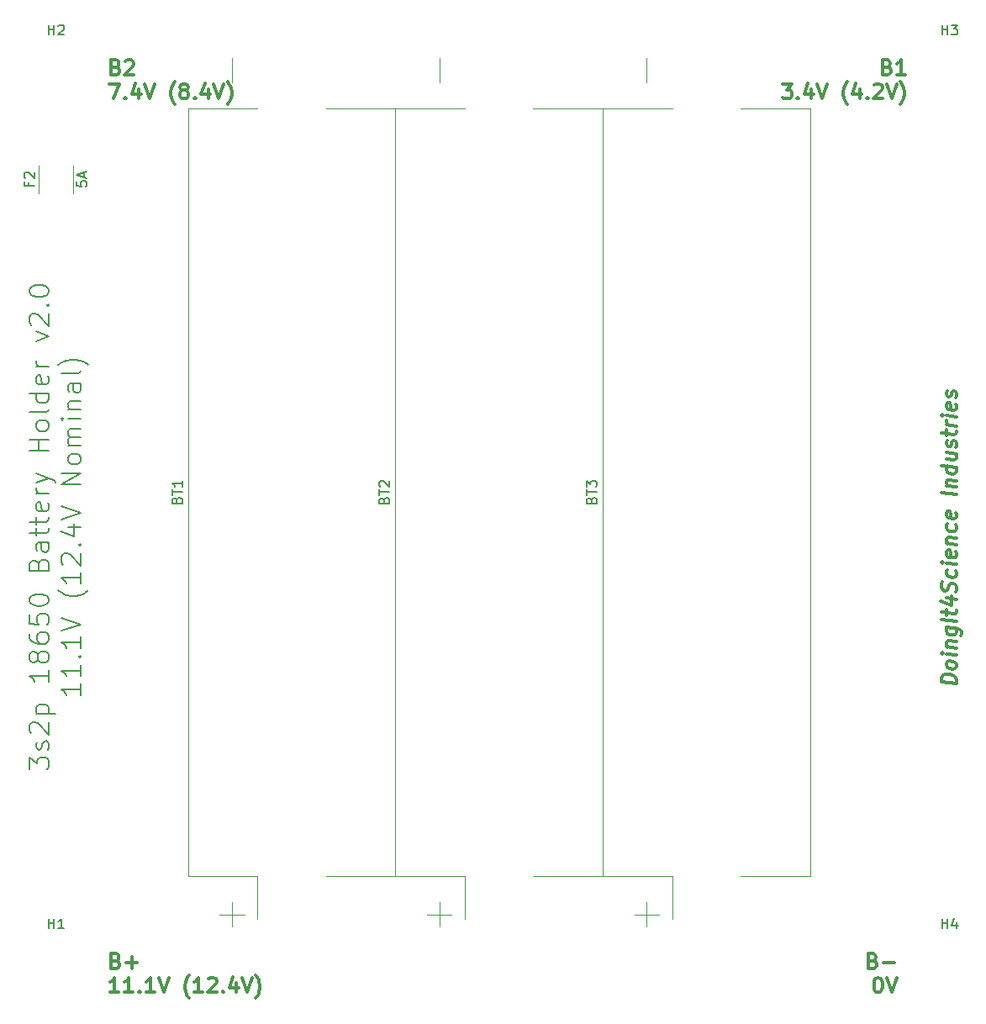
<source format=gbr>
%TF.GenerationSoftware,KiCad,Pcbnew,(6.0.7)*%
%TF.CreationDate,2022-10-24T21:40:11-07:00*%
%TF.ProjectId,18650_3s2p,31383635-305f-4337-9332-702e6b696361,2.0*%
%TF.SameCoordinates,Original*%
%TF.FileFunction,Legend,Top*%
%TF.FilePolarity,Positive*%
%FSLAX46Y46*%
G04 Gerber Fmt 4.6, Leading zero omitted, Abs format (unit mm)*
G04 Created by KiCad (PCBNEW (6.0.7)) date 2022-10-24 21:40:11*
%MOMM*%
%LPD*%
G01*
G04 APERTURE LIST*
%ADD10C,0.300000*%
%ADD11C,0.150000*%
%ADD12C,0.120000*%
G04 APERTURE END LIST*
D10*
X138733571Y-53685357D02*
X138947857Y-53756785D01*
X139019285Y-53828214D01*
X139090714Y-53971071D01*
X139090714Y-54185357D01*
X139019285Y-54328214D01*
X138947857Y-54399642D01*
X138805000Y-54471071D01*
X138233571Y-54471071D01*
X138233571Y-52971071D01*
X138733571Y-52971071D01*
X138876428Y-53042500D01*
X138947857Y-53113928D01*
X139019285Y-53256785D01*
X139019285Y-53399642D01*
X138947857Y-53542500D01*
X138876428Y-53613928D01*
X138733571Y-53685357D01*
X138233571Y-53685357D01*
X140519285Y-54471071D02*
X139662142Y-54471071D01*
X140090714Y-54471071D02*
X140090714Y-52971071D01*
X139947857Y-53185357D01*
X139805000Y-53328214D01*
X139662142Y-53399642D01*
X128162142Y-55386071D02*
X129090714Y-55386071D01*
X128590714Y-55957500D01*
X128805000Y-55957500D01*
X128947857Y-56028928D01*
X129019285Y-56100357D01*
X129090714Y-56243214D01*
X129090714Y-56600357D01*
X129019285Y-56743214D01*
X128947857Y-56814642D01*
X128805000Y-56886071D01*
X128376428Y-56886071D01*
X128233571Y-56814642D01*
X128162142Y-56743214D01*
X129733571Y-56743214D02*
X129805000Y-56814642D01*
X129733571Y-56886071D01*
X129662142Y-56814642D01*
X129733571Y-56743214D01*
X129733571Y-56886071D01*
X131090714Y-55886071D02*
X131090714Y-56886071D01*
X130733571Y-55314642D02*
X130376428Y-56386071D01*
X131305000Y-56386071D01*
X131662142Y-55386071D02*
X132162142Y-56886071D01*
X132662142Y-55386071D01*
X134733571Y-57457500D02*
X134662142Y-57386071D01*
X134519285Y-57171785D01*
X134447857Y-57028928D01*
X134376428Y-56814642D01*
X134305000Y-56457500D01*
X134305000Y-56171785D01*
X134376428Y-55814642D01*
X134447857Y-55600357D01*
X134519285Y-55457500D01*
X134662142Y-55243214D01*
X134733571Y-55171785D01*
X135947857Y-55886071D02*
X135947857Y-56886071D01*
X135590714Y-55314642D02*
X135233571Y-56386071D01*
X136162142Y-56386071D01*
X136733571Y-56743214D02*
X136805000Y-56814642D01*
X136733571Y-56886071D01*
X136662142Y-56814642D01*
X136733571Y-56743214D01*
X136733571Y-56886071D01*
X137376428Y-55528928D02*
X137447857Y-55457500D01*
X137590714Y-55386071D01*
X137947857Y-55386071D01*
X138090714Y-55457500D01*
X138162142Y-55528928D01*
X138233571Y-55671785D01*
X138233571Y-55814642D01*
X138162142Y-56028928D01*
X137305000Y-56886071D01*
X138233571Y-56886071D01*
X138662142Y-55386071D02*
X139162142Y-56886071D01*
X139662142Y-55386071D01*
X140019285Y-57457500D02*
X140090714Y-57386071D01*
X140233571Y-57171785D01*
X140305000Y-57028928D01*
X140376428Y-56814642D01*
X140447857Y-56457500D01*
X140447857Y-56171785D01*
X140376428Y-55814642D01*
X140305000Y-55600357D01*
X140233571Y-55457500D01*
X140090714Y-55243214D01*
X140019285Y-55171785D01*
X61052142Y-143685357D02*
X61266428Y-143756785D01*
X61337857Y-143828214D01*
X61409285Y-143971071D01*
X61409285Y-144185357D01*
X61337857Y-144328214D01*
X61266428Y-144399642D01*
X61123571Y-144471071D01*
X60552142Y-144471071D01*
X60552142Y-142971071D01*
X61052142Y-142971071D01*
X61195000Y-143042500D01*
X61266428Y-143113928D01*
X61337857Y-143256785D01*
X61337857Y-143399642D01*
X61266428Y-143542500D01*
X61195000Y-143613928D01*
X61052142Y-143685357D01*
X60552142Y-143685357D01*
X62052142Y-143899642D02*
X63195000Y-143899642D01*
X62623571Y-144471071D02*
X62623571Y-143328214D01*
X61337857Y-146886071D02*
X60480714Y-146886071D01*
X60909285Y-146886071D02*
X60909285Y-145386071D01*
X60766428Y-145600357D01*
X60623571Y-145743214D01*
X60480714Y-145814642D01*
X62766428Y-146886071D02*
X61909285Y-146886071D01*
X62337857Y-146886071D02*
X62337857Y-145386071D01*
X62195000Y-145600357D01*
X62052142Y-145743214D01*
X61909285Y-145814642D01*
X63409285Y-146743214D02*
X63480714Y-146814642D01*
X63409285Y-146886071D01*
X63337857Y-146814642D01*
X63409285Y-146743214D01*
X63409285Y-146886071D01*
X64909285Y-146886071D02*
X64052142Y-146886071D01*
X64480714Y-146886071D02*
X64480714Y-145386071D01*
X64337857Y-145600357D01*
X64195000Y-145743214D01*
X64052142Y-145814642D01*
X65337857Y-145386071D02*
X65837857Y-146886071D01*
X66337857Y-145386071D01*
X68409285Y-147457500D02*
X68337857Y-147386071D01*
X68195000Y-147171785D01*
X68123571Y-147028928D01*
X68052142Y-146814642D01*
X67980714Y-146457500D01*
X67980714Y-146171785D01*
X68052142Y-145814642D01*
X68123571Y-145600357D01*
X68195000Y-145457500D01*
X68337857Y-145243214D01*
X68409285Y-145171785D01*
X69766428Y-146886071D02*
X68909285Y-146886071D01*
X69337857Y-146886071D02*
X69337857Y-145386071D01*
X69195000Y-145600357D01*
X69052142Y-145743214D01*
X68909285Y-145814642D01*
X70337857Y-145528928D02*
X70409285Y-145457500D01*
X70552142Y-145386071D01*
X70909285Y-145386071D01*
X71052142Y-145457500D01*
X71123571Y-145528928D01*
X71195000Y-145671785D01*
X71195000Y-145814642D01*
X71123571Y-146028928D01*
X70266428Y-146886071D01*
X71195000Y-146886071D01*
X71837857Y-146743214D02*
X71909285Y-146814642D01*
X71837857Y-146886071D01*
X71766428Y-146814642D01*
X71837857Y-146743214D01*
X71837857Y-146886071D01*
X73195000Y-145886071D02*
X73195000Y-146886071D01*
X72837857Y-145314642D02*
X72480714Y-146386071D01*
X73409285Y-146386071D01*
X73766428Y-145386071D02*
X74266428Y-146886071D01*
X74766428Y-145386071D01*
X75123571Y-147457500D02*
X75195000Y-147386071D01*
X75337857Y-147171785D01*
X75409285Y-147028928D01*
X75480714Y-146814642D01*
X75552142Y-146457500D01*
X75552142Y-146171785D01*
X75480714Y-145814642D01*
X75409285Y-145600357D01*
X75337857Y-145457500D01*
X75195000Y-145243214D01*
X75123571Y-145171785D01*
X137305000Y-143685357D02*
X137519285Y-143756785D01*
X137590714Y-143828214D01*
X137662142Y-143971071D01*
X137662142Y-144185357D01*
X137590714Y-144328214D01*
X137519285Y-144399642D01*
X137376428Y-144471071D01*
X136805000Y-144471071D01*
X136805000Y-142971071D01*
X137305000Y-142971071D01*
X137447857Y-143042500D01*
X137519285Y-143113928D01*
X137590714Y-143256785D01*
X137590714Y-143399642D01*
X137519285Y-143542500D01*
X137447857Y-143613928D01*
X137305000Y-143685357D01*
X136805000Y-143685357D01*
X138305000Y-143899642D02*
X139447857Y-143899642D01*
X137733571Y-145386071D02*
X137876428Y-145386071D01*
X138019285Y-145457500D01*
X138090714Y-145528928D01*
X138162142Y-145671785D01*
X138233571Y-145957500D01*
X138233571Y-146314642D01*
X138162142Y-146600357D01*
X138090714Y-146743214D01*
X138019285Y-146814642D01*
X137876428Y-146886071D01*
X137733571Y-146886071D01*
X137590714Y-146814642D01*
X137519285Y-146743214D01*
X137447857Y-146600357D01*
X137376428Y-146314642D01*
X137376428Y-145957500D01*
X137447857Y-145671785D01*
X137519285Y-145528928D01*
X137590714Y-145457500D01*
X137733571Y-145386071D01*
X138662142Y-145386071D02*
X139162142Y-146886071D01*
X139662142Y-145386071D01*
D11*
X52294761Y-124428571D02*
X52294761Y-123190476D01*
X53056666Y-123857142D01*
X53056666Y-123571428D01*
X53151904Y-123380952D01*
X53247142Y-123285714D01*
X53437619Y-123190476D01*
X53913809Y-123190476D01*
X54104285Y-123285714D01*
X54199523Y-123380952D01*
X54294761Y-123571428D01*
X54294761Y-124142857D01*
X54199523Y-124333333D01*
X54104285Y-124428571D01*
X54199523Y-122428571D02*
X54294761Y-122238095D01*
X54294761Y-121857142D01*
X54199523Y-121666666D01*
X54009047Y-121571428D01*
X53913809Y-121571428D01*
X53723333Y-121666666D01*
X53628095Y-121857142D01*
X53628095Y-122142857D01*
X53532857Y-122333333D01*
X53342380Y-122428571D01*
X53247142Y-122428571D01*
X53056666Y-122333333D01*
X52961428Y-122142857D01*
X52961428Y-121857142D01*
X53056666Y-121666666D01*
X52485238Y-120809523D02*
X52390000Y-120714285D01*
X52294761Y-120523809D01*
X52294761Y-120047619D01*
X52390000Y-119857142D01*
X52485238Y-119761904D01*
X52675714Y-119666666D01*
X52866190Y-119666666D01*
X53151904Y-119761904D01*
X54294761Y-120904761D01*
X54294761Y-119666666D01*
X52961428Y-118809523D02*
X54961428Y-118809523D01*
X53056666Y-118809523D02*
X52961428Y-118619047D01*
X52961428Y-118238095D01*
X53056666Y-118047619D01*
X53151904Y-117952380D01*
X53342380Y-117857142D01*
X53913809Y-117857142D01*
X54104285Y-117952380D01*
X54199523Y-118047619D01*
X54294761Y-118238095D01*
X54294761Y-118619047D01*
X54199523Y-118809523D01*
X54294761Y-114428571D02*
X54294761Y-115571428D01*
X54294761Y-115000000D02*
X52294761Y-115000000D01*
X52580476Y-115190476D01*
X52770952Y-115380952D01*
X52866190Y-115571428D01*
X53151904Y-113285714D02*
X53056666Y-113476190D01*
X52961428Y-113571428D01*
X52770952Y-113666666D01*
X52675714Y-113666666D01*
X52485238Y-113571428D01*
X52390000Y-113476190D01*
X52294761Y-113285714D01*
X52294761Y-112904761D01*
X52390000Y-112714285D01*
X52485238Y-112619047D01*
X52675714Y-112523809D01*
X52770952Y-112523809D01*
X52961428Y-112619047D01*
X53056666Y-112714285D01*
X53151904Y-112904761D01*
X53151904Y-113285714D01*
X53247142Y-113476190D01*
X53342380Y-113571428D01*
X53532857Y-113666666D01*
X53913809Y-113666666D01*
X54104285Y-113571428D01*
X54199523Y-113476190D01*
X54294761Y-113285714D01*
X54294761Y-112904761D01*
X54199523Y-112714285D01*
X54104285Y-112619047D01*
X53913809Y-112523809D01*
X53532857Y-112523809D01*
X53342380Y-112619047D01*
X53247142Y-112714285D01*
X53151904Y-112904761D01*
X52294761Y-110809523D02*
X52294761Y-111190476D01*
X52390000Y-111380952D01*
X52485238Y-111476190D01*
X52770952Y-111666666D01*
X53151904Y-111761904D01*
X53913809Y-111761904D01*
X54104285Y-111666666D01*
X54199523Y-111571428D01*
X54294761Y-111380952D01*
X54294761Y-111000000D01*
X54199523Y-110809523D01*
X54104285Y-110714285D01*
X53913809Y-110619047D01*
X53437619Y-110619047D01*
X53247142Y-110714285D01*
X53151904Y-110809523D01*
X53056666Y-111000000D01*
X53056666Y-111380952D01*
X53151904Y-111571428D01*
X53247142Y-111666666D01*
X53437619Y-111761904D01*
X52294761Y-108809523D02*
X52294761Y-109761904D01*
X53247142Y-109857142D01*
X53151904Y-109761904D01*
X53056666Y-109571428D01*
X53056666Y-109095238D01*
X53151904Y-108904761D01*
X53247142Y-108809523D01*
X53437619Y-108714285D01*
X53913809Y-108714285D01*
X54104285Y-108809523D01*
X54199523Y-108904761D01*
X54294761Y-109095238D01*
X54294761Y-109571428D01*
X54199523Y-109761904D01*
X54104285Y-109857142D01*
X52294761Y-107476190D02*
X52294761Y-107285714D01*
X52390000Y-107095238D01*
X52485238Y-107000000D01*
X52675714Y-106904761D01*
X53056666Y-106809523D01*
X53532857Y-106809523D01*
X53913809Y-106904761D01*
X54104285Y-107000000D01*
X54199523Y-107095238D01*
X54294761Y-107285714D01*
X54294761Y-107476190D01*
X54199523Y-107666666D01*
X54104285Y-107761904D01*
X53913809Y-107857142D01*
X53532857Y-107952380D01*
X53056666Y-107952380D01*
X52675714Y-107857142D01*
X52485238Y-107761904D01*
X52390000Y-107666666D01*
X52294761Y-107476190D01*
X53247142Y-103761904D02*
X53342380Y-103476190D01*
X53437619Y-103380952D01*
X53628095Y-103285714D01*
X53913809Y-103285714D01*
X54104285Y-103380952D01*
X54199523Y-103476190D01*
X54294761Y-103666666D01*
X54294761Y-104428571D01*
X52294761Y-104428571D01*
X52294761Y-103761904D01*
X52390000Y-103571428D01*
X52485238Y-103476190D01*
X52675714Y-103380952D01*
X52866190Y-103380952D01*
X53056666Y-103476190D01*
X53151904Y-103571428D01*
X53247142Y-103761904D01*
X53247142Y-104428571D01*
X54294761Y-101571428D02*
X53247142Y-101571428D01*
X53056666Y-101666666D01*
X52961428Y-101857142D01*
X52961428Y-102238095D01*
X53056666Y-102428571D01*
X54199523Y-101571428D02*
X54294761Y-101761904D01*
X54294761Y-102238095D01*
X54199523Y-102428571D01*
X54009047Y-102523809D01*
X53818571Y-102523809D01*
X53628095Y-102428571D01*
X53532857Y-102238095D01*
X53532857Y-101761904D01*
X53437619Y-101571428D01*
X52961428Y-100904761D02*
X52961428Y-100142857D01*
X52294761Y-100619047D02*
X54009047Y-100619047D01*
X54199523Y-100523809D01*
X54294761Y-100333333D01*
X54294761Y-100142857D01*
X52961428Y-99761904D02*
X52961428Y-99000000D01*
X52294761Y-99476190D02*
X54009047Y-99476190D01*
X54199523Y-99380952D01*
X54294761Y-99190476D01*
X54294761Y-99000000D01*
X54199523Y-97571428D02*
X54294761Y-97761904D01*
X54294761Y-98142857D01*
X54199523Y-98333333D01*
X54009047Y-98428571D01*
X53247142Y-98428571D01*
X53056666Y-98333333D01*
X52961428Y-98142857D01*
X52961428Y-97761904D01*
X53056666Y-97571428D01*
X53247142Y-97476190D01*
X53437619Y-97476190D01*
X53628095Y-98428571D01*
X54294761Y-96619047D02*
X52961428Y-96619047D01*
X53342380Y-96619047D02*
X53151904Y-96523809D01*
X53056666Y-96428571D01*
X52961428Y-96238095D01*
X52961428Y-96047619D01*
X52961428Y-95571428D02*
X54294761Y-95095238D01*
X52961428Y-94619047D02*
X54294761Y-95095238D01*
X54770952Y-95285714D01*
X54866190Y-95380952D01*
X54961428Y-95571428D01*
X54294761Y-92333333D02*
X52294761Y-92333333D01*
X53247142Y-92333333D02*
X53247142Y-91190476D01*
X54294761Y-91190476D02*
X52294761Y-91190476D01*
X54294761Y-89952380D02*
X54199523Y-90142857D01*
X54104285Y-90238095D01*
X53913809Y-90333333D01*
X53342380Y-90333333D01*
X53151904Y-90238095D01*
X53056666Y-90142857D01*
X52961428Y-89952380D01*
X52961428Y-89666666D01*
X53056666Y-89476190D01*
X53151904Y-89380952D01*
X53342380Y-89285714D01*
X53913809Y-89285714D01*
X54104285Y-89380952D01*
X54199523Y-89476190D01*
X54294761Y-89666666D01*
X54294761Y-89952380D01*
X54294761Y-88142857D02*
X54199523Y-88333333D01*
X54009047Y-88428571D01*
X52294761Y-88428571D01*
X54294761Y-86523809D02*
X52294761Y-86523809D01*
X54199523Y-86523809D02*
X54294761Y-86714285D01*
X54294761Y-87095238D01*
X54199523Y-87285714D01*
X54104285Y-87380952D01*
X53913809Y-87476190D01*
X53342380Y-87476190D01*
X53151904Y-87380952D01*
X53056666Y-87285714D01*
X52961428Y-87095238D01*
X52961428Y-86714285D01*
X53056666Y-86523809D01*
X54199523Y-84809523D02*
X54294761Y-85000000D01*
X54294761Y-85380952D01*
X54199523Y-85571428D01*
X54009047Y-85666666D01*
X53247142Y-85666666D01*
X53056666Y-85571428D01*
X52961428Y-85380952D01*
X52961428Y-85000000D01*
X53056666Y-84809523D01*
X53247142Y-84714285D01*
X53437619Y-84714285D01*
X53628095Y-85666666D01*
X54294761Y-83857142D02*
X52961428Y-83857142D01*
X53342380Y-83857142D02*
X53151904Y-83761904D01*
X53056666Y-83666666D01*
X52961428Y-83476190D01*
X52961428Y-83285714D01*
X52961428Y-81285714D02*
X54294761Y-80809523D01*
X52961428Y-80333333D01*
X52485238Y-79666666D02*
X52390000Y-79571428D01*
X52294761Y-79380952D01*
X52294761Y-78904761D01*
X52390000Y-78714285D01*
X52485238Y-78619047D01*
X52675714Y-78523809D01*
X52866190Y-78523809D01*
X53151904Y-78619047D01*
X54294761Y-79761904D01*
X54294761Y-78523809D01*
X54104285Y-77666666D02*
X54199523Y-77571428D01*
X54294761Y-77666666D01*
X54199523Y-77761904D01*
X54104285Y-77666666D01*
X54294761Y-77666666D01*
X52294761Y-76333333D02*
X52294761Y-76142857D01*
X52390000Y-75952380D01*
X52485238Y-75857142D01*
X52675714Y-75761904D01*
X53056666Y-75666666D01*
X53532857Y-75666666D01*
X53913809Y-75761904D01*
X54104285Y-75857142D01*
X54199523Y-75952380D01*
X54294761Y-76142857D01*
X54294761Y-76333333D01*
X54199523Y-76523809D01*
X54104285Y-76619047D01*
X53913809Y-76714285D01*
X53532857Y-76809523D01*
X53056666Y-76809523D01*
X52675714Y-76714285D01*
X52485238Y-76619047D01*
X52390000Y-76523809D01*
X52294761Y-76333333D01*
X57514761Y-115809523D02*
X57514761Y-116952380D01*
X57514761Y-116380952D02*
X55514761Y-116380952D01*
X55800476Y-116571428D01*
X55990952Y-116761904D01*
X56086190Y-116952380D01*
X57514761Y-113904761D02*
X57514761Y-115047619D01*
X57514761Y-114476190D02*
X55514761Y-114476190D01*
X55800476Y-114666666D01*
X55990952Y-114857142D01*
X56086190Y-115047619D01*
X57324285Y-113047619D02*
X57419523Y-112952380D01*
X57514761Y-113047619D01*
X57419523Y-113142857D01*
X57324285Y-113047619D01*
X57514761Y-113047619D01*
X57514761Y-111047619D02*
X57514761Y-112190476D01*
X57514761Y-111619047D02*
X55514761Y-111619047D01*
X55800476Y-111809523D01*
X55990952Y-112000000D01*
X56086190Y-112190476D01*
X55514761Y-110476190D02*
X57514761Y-109809523D01*
X55514761Y-109142857D01*
X58276666Y-106380952D02*
X58181428Y-106476190D01*
X57895714Y-106666666D01*
X57705238Y-106761904D01*
X57419523Y-106857142D01*
X56943333Y-106952380D01*
X56562380Y-106952380D01*
X56086190Y-106857142D01*
X55800476Y-106761904D01*
X55610000Y-106666666D01*
X55324285Y-106476190D01*
X55229047Y-106380952D01*
X57514761Y-104571428D02*
X57514761Y-105714285D01*
X57514761Y-105142857D02*
X55514761Y-105142857D01*
X55800476Y-105333333D01*
X55990952Y-105523809D01*
X56086190Y-105714285D01*
X55705238Y-103809523D02*
X55610000Y-103714285D01*
X55514761Y-103523809D01*
X55514761Y-103047619D01*
X55610000Y-102857142D01*
X55705238Y-102761904D01*
X55895714Y-102666666D01*
X56086190Y-102666666D01*
X56371904Y-102761904D01*
X57514761Y-103904761D01*
X57514761Y-102666666D01*
X57324285Y-101809523D02*
X57419523Y-101714285D01*
X57514761Y-101809523D01*
X57419523Y-101904761D01*
X57324285Y-101809523D01*
X57514761Y-101809523D01*
X56181428Y-100000000D02*
X57514761Y-100000000D01*
X55419523Y-100476190D02*
X56848095Y-100952380D01*
X56848095Y-99714285D01*
X55514761Y-99238095D02*
X57514761Y-98571428D01*
X55514761Y-97904761D01*
X57514761Y-95714285D02*
X55514761Y-95714285D01*
X57514761Y-94571428D01*
X55514761Y-94571428D01*
X57514761Y-93333333D02*
X57419523Y-93523809D01*
X57324285Y-93619047D01*
X57133809Y-93714285D01*
X56562380Y-93714285D01*
X56371904Y-93619047D01*
X56276666Y-93523809D01*
X56181428Y-93333333D01*
X56181428Y-93047619D01*
X56276666Y-92857142D01*
X56371904Y-92761904D01*
X56562380Y-92666666D01*
X57133809Y-92666666D01*
X57324285Y-92761904D01*
X57419523Y-92857142D01*
X57514761Y-93047619D01*
X57514761Y-93333333D01*
X57514761Y-91809523D02*
X56181428Y-91809523D01*
X56371904Y-91809523D02*
X56276666Y-91714285D01*
X56181428Y-91523809D01*
X56181428Y-91238095D01*
X56276666Y-91047619D01*
X56467142Y-90952380D01*
X57514761Y-90952380D01*
X56467142Y-90952380D02*
X56276666Y-90857142D01*
X56181428Y-90666666D01*
X56181428Y-90380952D01*
X56276666Y-90190476D01*
X56467142Y-90095238D01*
X57514761Y-90095238D01*
X57514761Y-89142857D02*
X56181428Y-89142857D01*
X55514761Y-89142857D02*
X55610000Y-89238095D01*
X55705238Y-89142857D01*
X55610000Y-89047619D01*
X55514761Y-89142857D01*
X55705238Y-89142857D01*
X56181428Y-88190476D02*
X57514761Y-88190476D01*
X56371904Y-88190476D02*
X56276666Y-88095238D01*
X56181428Y-87904761D01*
X56181428Y-87619047D01*
X56276666Y-87428571D01*
X56467142Y-87333333D01*
X57514761Y-87333333D01*
X57514761Y-85523809D02*
X56467142Y-85523809D01*
X56276666Y-85619047D01*
X56181428Y-85809523D01*
X56181428Y-86190476D01*
X56276666Y-86380952D01*
X57419523Y-85523809D02*
X57514761Y-85714285D01*
X57514761Y-86190476D01*
X57419523Y-86380952D01*
X57229047Y-86476190D01*
X57038571Y-86476190D01*
X56848095Y-86380952D01*
X56752857Y-86190476D01*
X56752857Y-85714285D01*
X56657619Y-85523809D01*
X57514761Y-84285714D02*
X57419523Y-84476190D01*
X57229047Y-84571428D01*
X55514761Y-84571428D01*
X58276666Y-83714285D02*
X58181428Y-83619047D01*
X57895714Y-83428571D01*
X57705238Y-83333333D01*
X57419523Y-83238095D01*
X56943333Y-83142857D01*
X56562380Y-83142857D01*
X56086190Y-83238095D01*
X55800476Y-83333333D01*
X55610000Y-83428571D01*
X55324285Y-83619047D01*
X55229047Y-83714285D01*
D10*
X61052142Y-53685357D02*
X61266428Y-53756785D01*
X61337857Y-53828214D01*
X61409285Y-53971071D01*
X61409285Y-54185357D01*
X61337857Y-54328214D01*
X61266428Y-54399642D01*
X61123571Y-54471071D01*
X60552142Y-54471071D01*
X60552142Y-52971071D01*
X61052142Y-52971071D01*
X61195000Y-53042500D01*
X61266428Y-53113928D01*
X61337857Y-53256785D01*
X61337857Y-53399642D01*
X61266428Y-53542500D01*
X61195000Y-53613928D01*
X61052142Y-53685357D01*
X60552142Y-53685357D01*
X61980714Y-53113928D02*
X62052142Y-53042500D01*
X62195000Y-52971071D01*
X62552142Y-52971071D01*
X62695000Y-53042500D01*
X62766428Y-53113928D01*
X62837857Y-53256785D01*
X62837857Y-53399642D01*
X62766428Y-53613928D01*
X61909285Y-54471071D01*
X62837857Y-54471071D01*
X60409285Y-55386071D02*
X61409285Y-55386071D01*
X60766428Y-56886071D01*
X61980714Y-56743214D02*
X62052142Y-56814642D01*
X61980714Y-56886071D01*
X61909285Y-56814642D01*
X61980714Y-56743214D01*
X61980714Y-56886071D01*
X63337857Y-55886071D02*
X63337857Y-56886071D01*
X62980714Y-55314642D02*
X62623571Y-56386071D01*
X63552142Y-56386071D01*
X63909285Y-55386071D02*
X64409285Y-56886071D01*
X64909285Y-55386071D01*
X66980714Y-57457500D02*
X66909285Y-57386071D01*
X66766428Y-57171785D01*
X66695000Y-57028928D01*
X66623571Y-56814642D01*
X66552142Y-56457500D01*
X66552142Y-56171785D01*
X66623571Y-55814642D01*
X66695000Y-55600357D01*
X66766428Y-55457500D01*
X66909285Y-55243214D01*
X66980714Y-55171785D01*
X67766428Y-56028928D02*
X67623571Y-55957500D01*
X67552142Y-55886071D01*
X67480714Y-55743214D01*
X67480714Y-55671785D01*
X67552142Y-55528928D01*
X67623571Y-55457500D01*
X67766428Y-55386071D01*
X68052142Y-55386071D01*
X68195000Y-55457500D01*
X68266428Y-55528928D01*
X68337857Y-55671785D01*
X68337857Y-55743214D01*
X68266428Y-55886071D01*
X68195000Y-55957500D01*
X68052142Y-56028928D01*
X67766428Y-56028928D01*
X67623571Y-56100357D01*
X67552142Y-56171785D01*
X67480714Y-56314642D01*
X67480714Y-56600357D01*
X67552142Y-56743214D01*
X67623571Y-56814642D01*
X67766428Y-56886071D01*
X68052142Y-56886071D01*
X68195000Y-56814642D01*
X68266428Y-56743214D01*
X68337857Y-56600357D01*
X68337857Y-56314642D01*
X68266428Y-56171785D01*
X68195000Y-56100357D01*
X68052142Y-56028928D01*
X68980714Y-56743214D02*
X69052142Y-56814642D01*
X68980714Y-56886071D01*
X68909285Y-56814642D01*
X68980714Y-56743214D01*
X68980714Y-56886071D01*
X70337857Y-55886071D02*
X70337857Y-56886071D01*
X69980714Y-55314642D02*
X69623571Y-56386071D01*
X70552142Y-56386071D01*
X70909285Y-55386071D02*
X71409285Y-56886071D01*
X71909285Y-55386071D01*
X72266428Y-57457500D02*
X72337857Y-57386071D01*
X72480714Y-57171785D01*
X72552142Y-57028928D01*
X72623571Y-56814642D01*
X72695000Y-56457500D01*
X72695000Y-56171785D01*
X72623571Y-55814642D01*
X72552142Y-55600357D01*
X72480714Y-55457500D01*
X72337857Y-55243214D01*
X72266428Y-55171785D01*
X145678571Y-115784866D02*
X144178571Y-115597366D01*
X144178571Y-115240223D01*
X144250000Y-115034866D01*
X144392857Y-114909866D01*
X144535714Y-114856294D01*
X144821428Y-114820580D01*
X145035714Y-114847366D01*
X145321428Y-114954508D01*
X145464285Y-115043794D01*
X145607142Y-115204508D01*
X145678571Y-115427723D01*
X145678571Y-115784866D01*
X145678571Y-114070580D02*
X145607142Y-114204508D01*
X145535714Y-114267008D01*
X145392857Y-114320580D01*
X144964285Y-114267008D01*
X144821428Y-114177723D01*
X144750000Y-114097366D01*
X144678571Y-113945580D01*
X144678571Y-113731294D01*
X144750000Y-113597366D01*
X144821428Y-113534866D01*
X144964285Y-113481294D01*
X145392857Y-113534866D01*
X145535714Y-113624151D01*
X145607142Y-113704508D01*
X145678571Y-113856294D01*
X145678571Y-114070580D01*
X145678571Y-112927723D02*
X144678571Y-112802723D01*
X144178571Y-112740223D02*
X144250000Y-112820580D01*
X144321428Y-112758080D01*
X144250000Y-112677723D01*
X144178571Y-112740223D01*
X144321428Y-112758080D01*
X144678571Y-112088437D02*
X145678571Y-112213437D01*
X144821428Y-112106294D02*
X144750000Y-112025937D01*
X144678571Y-111874151D01*
X144678571Y-111659866D01*
X144750000Y-111525937D01*
X144892857Y-111472366D01*
X145678571Y-111570580D01*
X144678571Y-110088437D02*
X145892857Y-110240223D01*
X146035714Y-110329508D01*
X146107142Y-110409866D01*
X146178571Y-110561651D01*
X146178571Y-110775937D01*
X146107142Y-110909866D01*
X145607142Y-110204508D02*
X145678571Y-110356294D01*
X145678571Y-110642008D01*
X145607142Y-110775937D01*
X145535714Y-110838437D01*
X145392857Y-110892008D01*
X144964285Y-110838437D01*
X144821428Y-110749151D01*
X144750000Y-110668794D01*
X144678571Y-110517008D01*
X144678571Y-110231294D01*
X144750000Y-110097366D01*
X145678571Y-109499151D02*
X144178571Y-109311651D01*
X144678571Y-108874151D02*
X144678571Y-108302723D01*
X144178571Y-108597366D02*
X145464285Y-108758080D01*
X145607142Y-108704508D01*
X145678571Y-108570580D01*
X145678571Y-108427723D01*
X144678571Y-107159866D02*
X145678571Y-107284866D01*
X144107142Y-107445580D02*
X145178571Y-107936651D01*
X145178571Y-107008080D01*
X145607142Y-106561651D02*
X145678571Y-106356294D01*
X145678571Y-105999151D01*
X145607142Y-105847366D01*
X145535714Y-105767008D01*
X145392857Y-105677723D01*
X145250000Y-105659866D01*
X145107142Y-105713437D01*
X145035714Y-105775937D01*
X144964285Y-105909866D01*
X144892857Y-106186651D01*
X144821428Y-106320580D01*
X144750000Y-106383080D01*
X144607142Y-106436651D01*
X144464285Y-106418794D01*
X144321428Y-106329508D01*
X144250000Y-106249151D01*
X144178571Y-106097366D01*
X144178571Y-105740223D01*
X144250000Y-105534866D01*
X145607142Y-104418794D02*
X145678571Y-104570580D01*
X145678571Y-104856294D01*
X145607142Y-104990223D01*
X145535714Y-105052723D01*
X145392857Y-105106294D01*
X144964285Y-105052723D01*
X144821428Y-104963437D01*
X144750000Y-104883080D01*
X144678571Y-104731294D01*
X144678571Y-104445580D01*
X144750000Y-104311651D01*
X145678571Y-103784866D02*
X144678571Y-103659866D01*
X144178571Y-103597366D02*
X144250000Y-103677723D01*
X144321428Y-103615223D01*
X144250000Y-103534866D01*
X144178571Y-103597366D01*
X144321428Y-103615223D01*
X145607142Y-102490223D02*
X145678571Y-102642008D01*
X145678571Y-102927723D01*
X145607142Y-103061651D01*
X145464285Y-103115223D01*
X144892857Y-103043794D01*
X144750000Y-102954508D01*
X144678571Y-102802723D01*
X144678571Y-102517008D01*
X144750000Y-102383080D01*
X144892857Y-102329508D01*
X145035714Y-102347366D01*
X145178571Y-103079508D01*
X144678571Y-101659866D02*
X145678571Y-101784866D01*
X144821428Y-101677723D02*
X144750000Y-101597366D01*
X144678571Y-101445580D01*
X144678571Y-101231294D01*
X144750000Y-101097366D01*
X144892857Y-101043794D01*
X145678571Y-101142008D01*
X145607142Y-99775937D02*
X145678571Y-99927723D01*
X145678571Y-100213437D01*
X145607142Y-100347366D01*
X145535714Y-100409866D01*
X145392857Y-100463437D01*
X144964285Y-100409866D01*
X144821428Y-100320580D01*
X144750000Y-100240223D01*
X144678571Y-100088437D01*
X144678571Y-99802723D01*
X144750000Y-99668794D01*
X145607142Y-98561651D02*
X145678571Y-98713437D01*
X145678571Y-98999151D01*
X145607142Y-99133080D01*
X145464285Y-99186651D01*
X144892857Y-99115223D01*
X144750000Y-99025937D01*
X144678571Y-98874151D01*
X144678571Y-98588437D01*
X144750000Y-98454508D01*
X144892857Y-98400937D01*
X145035714Y-98418794D01*
X145178571Y-99150937D01*
X145678571Y-96713437D02*
X144178571Y-96525937D01*
X144678571Y-95874151D02*
X145678571Y-95999151D01*
X144821428Y-95892008D02*
X144750000Y-95811651D01*
X144678571Y-95659866D01*
X144678571Y-95445580D01*
X144750000Y-95311651D01*
X144892857Y-95258080D01*
X145678571Y-95356294D01*
X145678571Y-93999151D02*
X144178571Y-93811651D01*
X145607142Y-93990223D02*
X145678571Y-94142008D01*
X145678571Y-94427723D01*
X145607142Y-94561651D01*
X145535714Y-94624151D01*
X145392857Y-94677723D01*
X144964285Y-94624151D01*
X144821428Y-94534866D01*
X144750000Y-94454508D01*
X144678571Y-94302723D01*
X144678571Y-94017008D01*
X144750000Y-93883080D01*
X144678571Y-92517008D02*
X145678571Y-92642008D01*
X144678571Y-93159866D02*
X145464285Y-93258080D01*
X145607142Y-93204508D01*
X145678571Y-93070580D01*
X145678571Y-92856294D01*
X145607142Y-92704508D01*
X145535714Y-92624151D01*
X145607142Y-91990223D02*
X145678571Y-91856294D01*
X145678571Y-91570580D01*
X145607142Y-91418794D01*
X145464285Y-91329508D01*
X145392857Y-91320580D01*
X145250000Y-91374151D01*
X145178571Y-91508080D01*
X145178571Y-91722366D01*
X145107142Y-91856294D01*
X144964285Y-91909866D01*
X144892857Y-91900937D01*
X144750000Y-91811651D01*
X144678571Y-91659866D01*
X144678571Y-91445580D01*
X144750000Y-91311651D01*
X144678571Y-90802723D02*
X144678571Y-90231294D01*
X144178571Y-90525937D02*
X145464285Y-90686651D01*
X145607142Y-90633080D01*
X145678571Y-90499151D01*
X145678571Y-90356294D01*
X145678571Y-89856294D02*
X144678571Y-89731294D01*
X144964285Y-89767008D02*
X144821428Y-89677723D01*
X144750000Y-89597366D01*
X144678571Y-89445580D01*
X144678571Y-89302723D01*
X145678571Y-88927723D02*
X144678571Y-88802723D01*
X144178571Y-88740223D02*
X144250000Y-88820580D01*
X144321428Y-88758080D01*
X144250000Y-88677723D01*
X144178571Y-88740223D01*
X144321428Y-88758080D01*
X145607142Y-87633080D02*
X145678571Y-87784866D01*
X145678571Y-88070580D01*
X145607142Y-88204508D01*
X145464285Y-88258080D01*
X144892857Y-88186651D01*
X144750000Y-88097366D01*
X144678571Y-87945580D01*
X144678571Y-87659866D01*
X144750000Y-87525937D01*
X144892857Y-87472366D01*
X145035714Y-87490223D01*
X145178571Y-88222366D01*
X145607142Y-86990223D02*
X145678571Y-86856294D01*
X145678571Y-86570580D01*
X145607142Y-86418794D01*
X145464285Y-86329508D01*
X145392857Y-86320580D01*
X145250000Y-86374151D01*
X145178571Y-86508080D01*
X145178571Y-86722366D01*
X145107142Y-86856294D01*
X144964285Y-86909866D01*
X144892857Y-86900937D01*
X144750000Y-86811651D01*
X144678571Y-86659866D01*
X144678571Y-86445580D01*
X144750000Y-86311651D01*
D11*
%TO.C,H4*%
X144238095Y-140452380D02*
X144238095Y-139452380D01*
X144238095Y-139928571D02*
X144809523Y-139928571D01*
X144809523Y-140452380D02*
X144809523Y-139452380D01*
X145714285Y-139785714D02*
X145714285Y-140452380D01*
X145476190Y-139404761D02*
X145238095Y-140119047D01*
X145857142Y-140119047D01*
%TO.C,H3*%
X144238095Y-50452380D02*
X144238095Y-49452380D01*
X144238095Y-49928571D02*
X144809523Y-49928571D01*
X144809523Y-50452380D02*
X144809523Y-49452380D01*
X145190476Y-49452380D02*
X145809523Y-49452380D01*
X145476190Y-49833333D01*
X145619047Y-49833333D01*
X145714285Y-49880952D01*
X145761904Y-49928571D01*
X145809523Y-50023809D01*
X145809523Y-50261904D01*
X145761904Y-50357142D01*
X145714285Y-50404761D01*
X145619047Y-50452380D01*
X145333333Y-50452380D01*
X145238095Y-50404761D01*
X145190476Y-50357142D01*
%TO.C,H2*%
X54238095Y-50452380D02*
X54238095Y-49452380D01*
X54238095Y-49928571D02*
X54809523Y-49928571D01*
X54809523Y-50452380D02*
X54809523Y-49452380D01*
X55238095Y-49547619D02*
X55285714Y-49500000D01*
X55380952Y-49452380D01*
X55619047Y-49452380D01*
X55714285Y-49500000D01*
X55761904Y-49547619D01*
X55809523Y-49642857D01*
X55809523Y-49738095D01*
X55761904Y-49880952D01*
X55190476Y-50452380D01*
X55809523Y-50452380D01*
%TO.C,H1*%
X54238095Y-140452380D02*
X54238095Y-139452380D01*
X54238095Y-139928571D02*
X54809523Y-139928571D01*
X54809523Y-140452380D02*
X54809523Y-139452380D01*
X55809523Y-140452380D02*
X55238095Y-140452380D01*
X55523809Y-140452380D02*
X55523809Y-139452380D01*
X55428571Y-139595238D01*
X55333333Y-139690476D01*
X55238095Y-139738095D01*
%TO.C,BT2*%
X88048571Y-97305714D02*
X88096190Y-97162857D01*
X88143809Y-97115238D01*
X88239047Y-97067619D01*
X88381904Y-97067619D01*
X88477142Y-97115238D01*
X88524761Y-97162857D01*
X88572380Y-97258095D01*
X88572380Y-97639047D01*
X87572380Y-97639047D01*
X87572380Y-97305714D01*
X87620000Y-97210476D01*
X87667619Y-97162857D01*
X87762857Y-97115238D01*
X87858095Y-97115238D01*
X87953333Y-97162857D01*
X88000952Y-97210476D01*
X88048571Y-97305714D01*
X88048571Y-97639047D01*
X87572380Y-96781904D02*
X87572380Y-96210476D01*
X88572380Y-96496190D02*
X87572380Y-96496190D01*
X87667619Y-95924761D02*
X87620000Y-95877142D01*
X87572380Y-95781904D01*
X87572380Y-95543809D01*
X87620000Y-95448571D01*
X87667619Y-95400952D01*
X87762857Y-95353333D01*
X87858095Y-95353333D01*
X88000952Y-95400952D01*
X88572380Y-95972380D01*
X88572380Y-95353333D01*
%TO.C,BT3*%
X108928571Y-97305714D02*
X108976190Y-97162857D01*
X109023809Y-97115238D01*
X109119047Y-97067619D01*
X109261904Y-97067619D01*
X109357142Y-97115238D01*
X109404761Y-97162857D01*
X109452380Y-97258095D01*
X109452380Y-97639047D01*
X108452380Y-97639047D01*
X108452380Y-97305714D01*
X108500000Y-97210476D01*
X108547619Y-97162857D01*
X108642857Y-97115238D01*
X108738095Y-97115238D01*
X108833333Y-97162857D01*
X108880952Y-97210476D01*
X108928571Y-97305714D01*
X108928571Y-97639047D01*
X108452380Y-96781904D02*
X108452380Y-96210476D01*
X109452380Y-96496190D02*
X108452380Y-96496190D01*
X108452380Y-95972380D02*
X108452380Y-95353333D01*
X108833333Y-95686666D01*
X108833333Y-95543809D01*
X108880952Y-95448571D01*
X108928571Y-95400952D01*
X109023809Y-95353333D01*
X109261904Y-95353333D01*
X109357142Y-95400952D01*
X109404761Y-95448571D01*
X109452380Y-95543809D01*
X109452380Y-95829523D01*
X109404761Y-95924761D01*
X109357142Y-95972380D01*
%TO.C,BT1*%
X67168571Y-97305714D02*
X67216190Y-97162857D01*
X67263809Y-97115238D01*
X67359047Y-97067619D01*
X67501904Y-97067619D01*
X67597142Y-97115238D01*
X67644761Y-97162857D01*
X67692380Y-97258095D01*
X67692380Y-97639047D01*
X66692380Y-97639047D01*
X66692380Y-97305714D01*
X66740000Y-97210476D01*
X66787619Y-97162857D01*
X66882857Y-97115238D01*
X66978095Y-97115238D01*
X67073333Y-97162857D01*
X67120952Y-97210476D01*
X67168571Y-97305714D01*
X67168571Y-97639047D01*
X66692380Y-96781904D02*
X66692380Y-96210476D01*
X67692380Y-96496190D02*
X66692380Y-96496190D01*
X67692380Y-95353333D02*
X67692380Y-95924761D01*
X67692380Y-95639047D02*
X66692380Y-95639047D01*
X66835238Y-95734285D01*
X66930476Y-95829523D01*
X66978095Y-95924761D01*
%TO.C,F2*%
X52278571Y-65333333D02*
X52278571Y-65666666D01*
X52802380Y-65666666D02*
X51802380Y-65666666D01*
X51802380Y-65190476D01*
X51897619Y-64857142D02*
X51850000Y-64809523D01*
X51802380Y-64714285D01*
X51802380Y-64476190D01*
X51850000Y-64380952D01*
X51897619Y-64333333D01*
X51992857Y-64285714D01*
X52088095Y-64285714D01*
X52230952Y-64333333D01*
X52802380Y-64904761D01*
X52802380Y-64285714D01*
X57102380Y-65190476D02*
X57102380Y-65666666D01*
X57578571Y-65714285D01*
X57530952Y-65666666D01*
X57483333Y-65571428D01*
X57483333Y-65333333D01*
X57530952Y-65238095D01*
X57578571Y-65190476D01*
X57673809Y-65142857D01*
X57911904Y-65142857D01*
X58007142Y-65190476D01*
X58054761Y-65238095D01*
X58102380Y-65333333D01*
X58102380Y-65571428D01*
X58054761Y-65666666D01*
X58007142Y-65714285D01*
X57816666Y-64761904D02*
X57816666Y-64285714D01*
X58102380Y-64857142D02*
X57102380Y-64523809D01*
X58102380Y-64190476D01*
D12*
%TO.C,BT2*%
X96180000Y-135160000D02*
X96180000Y-139520000D01*
X96180000Y-57880000D02*
X89200000Y-57880000D01*
X93620000Y-140270000D02*
X93620000Y-137770000D01*
X89180000Y-135160000D02*
X96180000Y-135160000D01*
X94870000Y-139020000D02*
X92370000Y-139020000D01*
X103060000Y-57880000D02*
X110060000Y-57880000D01*
X110060000Y-135160000D02*
X103060000Y-135160000D01*
X93620000Y-52770000D02*
X93620000Y-55270000D01*
X89180000Y-57880000D02*
X89180000Y-135160000D01*
X110060000Y-57880000D02*
X110060000Y-135160000D01*
%TO.C,BT3*%
X110060000Y-135160000D02*
X117060000Y-135160000D01*
X117060000Y-135160000D02*
X117060000Y-139520000D01*
X123940000Y-57880000D02*
X130940000Y-57880000D01*
X117060000Y-57880000D02*
X110080000Y-57880000D01*
X114500000Y-52770000D02*
X114500000Y-55270000D01*
X114500000Y-140270000D02*
X114500000Y-137770000D01*
X130940000Y-135160000D02*
X123940000Y-135160000D01*
X115750000Y-139020000D02*
X113250000Y-139020000D01*
X130940000Y-57880000D02*
X130940000Y-135160000D01*
X110060000Y-57880000D02*
X110060000Y-135160000D01*
%TO.C,BT1*%
X82180000Y-57880000D02*
X89180000Y-57880000D01*
X72740000Y-140270000D02*
X72740000Y-137770000D01*
X75300000Y-135160000D02*
X75300000Y-139520000D01*
X73990000Y-139020000D02*
X71490000Y-139020000D01*
X89180000Y-135160000D02*
X82180000Y-135160000D01*
X68300000Y-135160000D02*
X75300000Y-135160000D01*
X89180000Y-57880000D02*
X89180000Y-135160000D01*
X68300000Y-57880000D02*
X68300000Y-135160000D01*
X75300000Y-57880000D02*
X68320000Y-57880000D01*
X72740000Y-52770000D02*
X72740000Y-55270000D01*
%TO.C,F2*%
X53290000Y-66386252D02*
X53290000Y-63613748D01*
X56710000Y-66386252D02*
X56710000Y-63613748D01*
%TD*%
M02*

</source>
